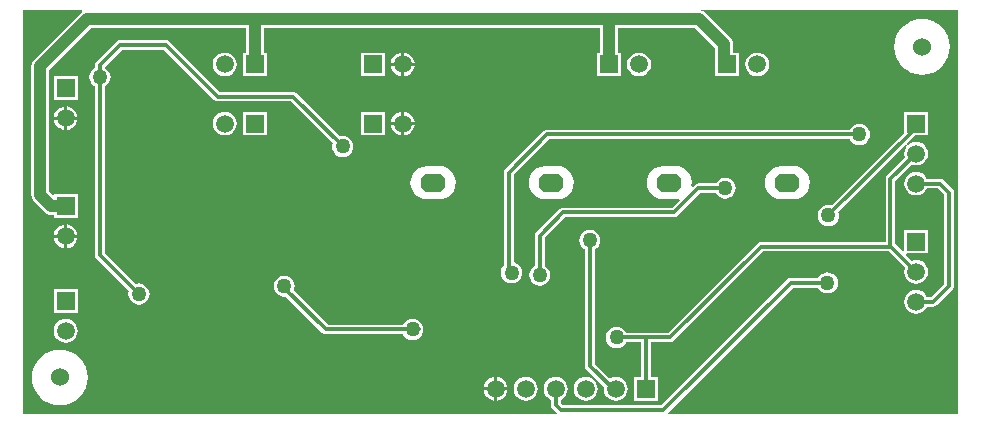
<source format=gbl>
%FSLAX25Y25*%
%MOIN*%
G70*
G01*
G75*
G04 Layer_Physical_Order=2*
G04 Layer_Color=16711680*
%ADD10R,0.04921X0.06299*%
%ADD11R,0.05118X0.03937*%
%ADD12R,0.03937X0.05118*%
%ADD13R,0.07284X0.04724*%
%ADD14O,0.02362X0.08661*%
%ADD15R,0.02362X0.08661*%
%ADD16R,0.04724X0.02559*%
%ADD17R,0.02362X0.09449*%
%ADD18O,0.02362X0.09449*%
%ADD19R,0.06299X0.04921*%
G04:AMPARAMS|DCode=20|XSize=157.48mil|YSize=59.06mil|CornerRadius=14.76mil|HoleSize=0mil|Usage=FLASHONLY|Rotation=0.000|XOffset=0mil|YOffset=0mil|HoleType=Round|Shape=RoundedRectangle|*
%AMROUNDEDRECTD20*
21,1,0.15748,0.02953,0,0,0.0*
21,1,0.12795,0.05906,0,0,0.0*
1,1,0.02953,0.06398,-0.01476*
1,1,0.02953,-0.06398,-0.01476*
1,1,0.02953,-0.06398,0.01476*
1,1,0.02953,0.06398,0.01476*
%
%ADD20ROUNDEDRECTD20*%
G04:AMPARAMS|DCode=21|XSize=157.48mil|YSize=59.06mil|CornerRadius=14.76mil|HoleSize=0mil|Usage=FLASHONLY|Rotation=90.000|XOffset=0mil|YOffset=0mil|HoleType=Round|Shape=RoundedRectangle|*
%AMROUNDEDRECTD21*
21,1,0.15748,0.02953,0,0,90.0*
21,1,0.12795,0.05906,0,0,90.0*
1,1,0.02953,0.01476,0.06398*
1,1,0.02953,0.01476,-0.06398*
1,1,0.02953,-0.01476,-0.06398*
1,1,0.02953,-0.01476,0.06398*
%
%ADD21ROUNDEDRECTD21*%
%ADD22C,0.01000*%
%ADD23C,0.01200*%
%ADD24C,0.02000*%
%ADD25C,0.03937*%
%ADD26C,0.00394*%
G04:AMPARAMS|DCode=27|XSize=78.74mil|YSize=60mil|CornerRadius=0mil|HoleSize=0mil|Usage=FLASHONLY|Rotation=0.000|XOffset=0mil|YOffset=0mil|HoleType=Round|Shape=Octagon|*
%AMOCTAGOND27*
4,1,8,0.03937,-0.01500,0.03937,0.01500,0.02437,0.03000,-0.02437,0.03000,-0.03937,0.01500,-0.03937,-0.01500,-0.02437,-0.03000,0.02437,-0.03000,0.03937,-0.01500,0.0*
%
%ADD27OCTAGOND27*%

%ADD28R,0.05906X0.05906*%
%ADD29C,0.05906*%
%ADD30R,0.05906X0.05906*%
%ADD31C,0.06000*%
%ADD32C,0.05000*%
G36*
X-1631Y176131D02*
X-98308D01*
X-98500Y176593D01*
X-56924Y218169D01*
X-48413D01*
X-48357Y218035D01*
X-47796Y217304D01*
X-47065Y216743D01*
X-46214Y216390D01*
X-45300Y216270D01*
X-44386Y216390D01*
X-43535Y216743D01*
X-42804Y217304D01*
X-42243Y218035D01*
X-41890Y218886D01*
X-41770Y219800D01*
X-41890Y220714D01*
X-42243Y221565D01*
X-42804Y222296D01*
X-43535Y222857D01*
X-44386Y223210D01*
X-45300Y223330D01*
X-46214Y223210D01*
X-47065Y222857D01*
X-47796Y222296D01*
X-48357Y221565D01*
X-48413Y221431D01*
X-57600D01*
X-57600Y221431D01*
X-58224Y221307D01*
X-58754Y220953D01*
X-100676Y179031D01*
X-133424D01*
X-134269Y179876D01*
Y180897D01*
X-133907Y181047D01*
X-133081Y181681D01*
X-132447Y182507D01*
X-132049Y183468D01*
X-131913Y184500D01*
X-132049Y185532D01*
X-132447Y186493D01*
X-133081Y187319D01*
X-133907Y187953D01*
X-134868Y188351D01*
X-135900Y188487D01*
X-136932Y188351D01*
X-137893Y187953D01*
X-138719Y187319D01*
X-139353Y186493D01*
X-139751Y185532D01*
X-139887Y184500D01*
X-139751Y183468D01*
X-139353Y182507D01*
X-138719Y181681D01*
X-137893Y181047D01*
X-137531Y180897D01*
Y179200D01*
X-137407Y178576D01*
X-137054Y178047D01*
X-135600Y176593D01*
X-135792Y176131D01*
X-313329D01*
Y310664D01*
X-293891D01*
X-293731Y310191D01*
X-294217Y309817D01*
X-309783Y294251D01*
X-310259Y293631D01*
X-310471Y293120D01*
X-310558Y292909D01*
X-310660Y292134D01*
Y249066D01*
X-310558Y248291D01*
X-310471Y248080D01*
X-310259Y247569D01*
X-309783Y246949D01*
X-306083Y243249D01*
X-305463Y242773D01*
X-305164Y242649D01*
X-304741Y242474D01*
X-303966Y242372D01*
X-303165D01*
Y241413D01*
X-295260D01*
Y249319D01*
X-303165D01*
X-303165Y249319D01*
Y249319D01*
X-303533Y249167D01*
X-304672Y250306D01*
Y290894D01*
X-290860Y304706D01*
X-239215D01*
Y296563D01*
X-240173D01*
Y288657D01*
X-232268D01*
Y296563D01*
X-233226D01*
Y304706D01*
X-121104D01*
Y296563D01*
X-122063D01*
Y288657D01*
X-114157D01*
Y296563D01*
X-115116D01*
Y304706D01*
X-89340D01*
X-82694Y298060D01*
Y293570D01*
X-82693Y293561D01*
Y288657D01*
X-74787D01*
Y296563D01*
X-76706D01*
Y299300D01*
X-76808Y300075D01*
X-76957Y300436D01*
X-77107Y300797D01*
X-77583Y301417D01*
X-85983Y309817D01*
X-86603Y310293D01*
X-87114Y310505D01*
X-87263Y310566D01*
Y310566D01*
X-87263Y310566D01*
X-87325Y310592D01*
Y310592D01*
X-87320Y310664D01*
X-1631D01*
Y176131D01*
D02*
G37*
%LPC*%
G36*
X-299713Y239287D02*
X-300244Y239217D01*
X-301206Y238819D01*
X-302032Y238185D01*
X-302665Y237360D01*
X-303064Y236398D01*
X-303134Y235866D01*
X-299713D01*
Y239287D01*
D02*
G37*
G36*
X-298713D02*
Y235866D01*
X-295292D01*
X-295362Y236398D01*
X-295760Y237360D01*
X-296393Y238185D01*
X-297219Y238819D01*
X-298181Y239217D01*
X-298713Y239287D01*
D02*
G37*
G36*
X-295292Y234866D02*
X-298713D01*
Y231445D01*
X-298181Y231515D01*
X-297219Y231913D01*
X-296393Y232547D01*
X-295760Y233373D01*
X-295362Y234334D01*
X-295292Y234866D01*
D02*
G37*
G36*
X-15748Y256912D02*
X-16780Y256776D01*
X-17741Y256378D01*
X-18567Y255744D01*
X-19201Y254919D01*
X-19599Y253957D01*
X-19735Y252925D01*
X-19599Y251893D01*
X-19201Y250932D01*
X-18567Y250106D01*
X-17741Y249472D01*
X-16780Y249074D01*
X-15748Y248938D01*
X-14716Y249074D01*
X-13755Y249472D01*
X-12929Y250106D01*
X-12295Y250932D01*
X-12145Y251294D01*
X-8401D01*
X-6331Y249224D01*
Y219576D01*
X-10721Y215187D01*
X-12145D01*
X-12295Y215548D01*
X-12929Y216374D01*
X-13755Y217008D01*
X-14716Y217406D01*
X-15748Y217542D01*
X-16780Y217406D01*
X-17741Y217008D01*
X-18567Y216374D01*
X-19201Y215548D01*
X-19599Y214587D01*
X-19735Y213555D01*
X-19599Y212523D01*
X-19201Y211562D01*
X-18567Y210736D01*
X-17741Y210102D01*
X-16780Y209704D01*
X-15748Y209568D01*
X-14716Y209704D01*
X-13755Y210102D01*
X-12929Y210736D01*
X-12295Y211562D01*
X-12145Y211924D01*
X-10045D01*
X-9421Y212048D01*
X-8891Y212402D01*
X-3546Y217746D01*
X-3193Y218276D01*
X-3069Y218900D01*
X-3069Y218900D01*
X-3069Y218900D01*
Y218900D01*
Y249900D01*
X-3193Y250524D01*
X-3546Y251054D01*
X-6572Y254079D01*
X-7101Y254432D01*
X-7725Y254557D01*
X-12145D01*
X-12295Y254919D01*
X-12929Y255744D01*
X-13755Y256378D01*
X-14716Y256776D01*
X-15748Y256912D01*
D02*
G37*
G36*
X-299713Y234866D02*
X-303134D01*
X-303064Y234334D01*
X-302665Y233373D01*
X-302032Y232547D01*
X-301206Y231913D01*
X-300244Y231515D01*
X-299713Y231445D01*
Y234866D01*
D02*
G37*
G36*
X-174871Y258839D02*
X-178808Y258791D01*
X-180249Y258583D01*
X-181586Y258010D01*
X-182730Y257110D01*
X-183602Y255944D01*
X-184142Y254593D01*
X-184315Y253148D01*
X-184107Y251708D01*
X-183534Y250370D01*
X-182634Y249226D01*
X-181468Y248354D01*
X-180117Y247814D01*
X-178672Y247641D01*
X-174735Y247689D01*
X-173295Y247897D01*
X-171957Y248470D01*
X-170813Y249370D01*
X-169941Y250536D01*
X-169401Y251887D01*
X-169228Y253332D01*
X-169436Y254773D01*
X-170009Y256111D01*
X-170909Y257254D01*
X-172075Y258126D01*
X-173426Y258667D01*
X-174871Y258839D01*
D02*
G37*
G36*
X-96131D02*
X-100068Y258791D01*
X-101508Y258583D01*
X-102846Y258010D01*
X-103990Y257110D01*
X-104862Y255944D01*
X-105402Y254593D01*
X-105575Y253148D01*
X-105367Y251708D01*
X-104794Y250370D01*
X-103894Y249226D01*
X-102728Y248354D01*
X-101377Y247814D01*
X-99932Y247641D01*
X-95995Y247689D01*
X-94821Y247859D01*
X-94597Y247411D01*
X-97077Y244931D01*
X-133400D01*
X-134024Y244807D01*
X-134554Y244454D01*
X-142353Y236653D01*
X-142707Y236124D01*
X-142831Y235500D01*
Y225513D01*
X-142965Y225457D01*
X-143696Y224896D01*
X-144257Y224165D01*
X-144610Y223314D01*
X-144730Y222400D01*
X-144610Y221486D01*
X-144257Y220635D01*
X-143696Y219904D01*
X-142965Y219343D01*
X-142114Y218990D01*
X-141200Y218870D01*
X-140286Y218990D01*
X-139435Y219343D01*
X-138704Y219904D01*
X-138143Y220635D01*
X-137790Y221486D01*
X-137670Y222400D01*
X-137790Y223314D01*
X-138143Y224165D01*
X-138704Y224896D01*
X-139435Y225457D01*
X-139569Y225513D01*
Y234824D01*
X-132724Y241669D01*
X-96402D01*
X-95777Y241793D01*
X-95248Y242146D01*
X-95248Y242146D01*
X-95248Y242146D01*
X-87626Y249769D01*
X-82513D01*
X-82457Y249635D01*
X-81896Y248904D01*
X-81165Y248343D01*
X-80314Y247990D01*
X-79400Y247870D01*
X-78486Y247990D01*
X-77635Y248343D01*
X-76904Y248904D01*
X-76343Y249635D01*
X-75990Y250486D01*
X-75870Y251400D01*
X-75990Y252314D01*
X-76343Y253165D01*
X-76904Y253896D01*
X-77635Y254457D01*
X-78486Y254810D01*
X-79400Y254930D01*
X-80314Y254810D01*
X-81165Y254457D01*
X-81896Y253896D01*
X-82457Y253165D01*
X-82513Y253031D01*
X-88301D01*
X-88926Y252907D01*
X-89455Y252554D01*
X-90193Y251815D01*
X-90643Y252034D01*
X-90488Y253332D01*
X-90696Y254773D01*
X-91269Y256111D01*
X-92169Y257254D01*
X-93335Y258126D01*
X-94686Y258667D01*
X-96131Y258839D01*
D02*
G37*
G36*
X-11795Y276878D02*
X-19701D01*
Y269906D01*
X-43953Y245655D01*
X-44086Y245710D01*
X-45000Y245830D01*
X-45914Y245710D01*
X-46765Y245357D01*
X-47496Y244796D01*
X-48057Y244065D01*
X-48410Y243214D01*
X-48530Y242300D01*
X-48410Y241386D01*
X-48057Y240535D01*
X-47496Y239804D01*
X-46765Y239243D01*
X-45914Y238890D01*
X-45000Y238770D01*
X-44086Y238890D01*
X-43235Y239243D01*
X-42504Y239804D01*
X-41943Y240535D01*
X-41590Y241386D01*
X-41470Y242300D01*
X-41590Y243214D01*
X-41646Y243347D01*
X-19023Y265970D01*
X-18647Y265640D01*
Y265640D01*
X-18647D01*
X-19201Y264919D01*
X-19599Y263957D01*
X-19735Y262925D01*
X-19599Y261893D01*
X-19486Y261621D01*
X-25453Y255654D01*
X-25807Y255124D01*
X-25931Y254500D01*
Y233531D01*
X-67400D01*
X-68024Y233407D01*
X-68554Y233053D01*
X-98376Y203231D01*
X-112487D01*
X-112543Y203365D01*
X-113104Y204096D01*
X-113835Y204657D01*
X-114686Y205010D01*
X-115600Y205130D01*
X-116514Y205010D01*
X-117365Y204657D01*
X-118096Y204096D01*
X-118657Y203365D01*
X-119010Y202514D01*
X-119130Y201600D01*
X-119010Y200686D01*
X-118657Y199835D01*
X-118096Y199104D01*
X-117365Y198543D01*
X-116514Y198190D01*
X-115600Y198070D01*
X-114686Y198190D01*
X-113835Y198543D01*
X-113104Y199104D01*
X-112543Y199835D01*
X-112487Y199969D01*
X-107531D01*
Y188453D01*
X-109853D01*
Y180547D01*
X-101947D01*
Y188453D01*
X-104269D01*
Y199969D01*
X-97700D01*
X-97076Y200093D01*
X-96547Y200447D01*
X-96547Y200447D01*
X-96547Y200447D01*
X-66724Y230269D01*
X-24769D01*
X-19449Y224949D01*
X-19599Y224587D01*
X-19735Y223555D01*
X-19599Y222523D01*
X-19201Y221562D01*
X-18567Y220736D01*
X-17741Y220102D01*
X-16780Y219704D01*
X-15748Y219568D01*
X-14716Y219704D01*
X-13755Y220102D01*
X-12929Y220736D01*
X-12295Y221562D01*
X-11897Y222523D01*
X-11761Y223555D01*
X-11897Y224587D01*
X-12295Y225549D01*
X-12929Y226374D01*
X-13755Y227008D01*
X-14716Y227406D01*
X-15748Y227542D01*
X-16780Y227406D01*
X-17142Y227256D01*
X-19026Y229140D01*
X-18835Y229602D01*
X-11795D01*
Y237508D01*
X-19701D01*
Y230468D01*
X-20163Y230277D01*
X-22669Y232783D01*
Y253824D01*
X-17232Y259261D01*
X-16780Y259074D01*
X-15748Y258938D01*
X-14716Y259074D01*
X-13755Y259472D01*
X-12929Y260106D01*
X-12295Y260932D01*
X-11897Y261893D01*
X-11761Y262925D01*
X-11897Y263957D01*
X-12295Y264919D01*
X-12929Y265744D01*
X-13755Y266378D01*
X-14716Y266776D01*
X-15748Y266912D01*
X-16780Y266776D01*
X-17741Y266378D01*
X-18463Y265824D01*
X-18740Y266139D01*
X-18793Y266200D01*
X-16021Y268972D01*
X-11795D01*
Y276878D01*
D02*
G37*
G36*
X-56761Y258839D02*
X-60698Y258791D01*
X-62138Y258583D01*
X-63476Y258010D01*
X-64620Y257110D01*
X-65492Y255944D01*
X-66032Y254593D01*
X-66205Y253148D01*
X-65997Y251708D01*
X-65424Y250370D01*
X-64524Y249226D01*
X-63358Y248354D01*
X-62007Y247814D01*
X-60562Y247641D01*
X-56625Y247689D01*
X-55184Y247897D01*
X-53847Y248470D01*
X-52703Y249370D01*
X-51831Y250536D01*
X-51291Y251887D01*
X-51118Y253332D01*
X-51326Y254773D01*
X-51899Y256111D01*
X-52799Y257254D01*
X-53965Y258126D01*
X-55316Y258667D01*
X-56761Y258839D01*
D02*
G37*
G36*
X-265900Y300831D02*
X-281000D01*
X-281624Y300707D01*
X-282154Y300354D01*
X-288953Y293553D01*
X-289307Y293024D01*
X-289431Y292400D01*
Y291513D01*
X-289565Y291457D01*
X-290296Y290896D01*
X-290857Y290165D01*
X-291210Y289314D01*
X-291330Y288400D01*
X-291210Y287486D01*
X-290857Y286635D01*
X-290296Y285904D01*
X-289565Y285343D01*
X-289431Y285287D01*
Y229000D01*
X-289431Y229000D01*
X-289431D01*
X-289307Y228376D01*
X-288953Y227847D01*
X-278184Y217077D01*
X-278210Y217014D01*
X-278330Y216100D01*
X-278210Y215186D01*
X-277857Y214335D01*
X-277296Y213604D01*
X-276565Y213043D01*
X-275714Y212690D01*
X-274800Y212570D01*
X-273886Y212690D01*
X-273035Y213043D01*
X-272304Y213604D01*
X-271743Y214335D01*
X-271390Y215186D01*
X-271270Y216100D01*
X-271390Y217014D01*
X-271743Y217865D01*
X-272304Y218596D01*
X-273035Y219157D01*
X-273886Y219510D01*
X-274800Y219630D01*
X-275714Y219510D01*
X-275918Y219425D01*
X-286169Y229676D01*
Y285287D01*
X-286035Y285343D01*
X-285304Y285904D01*
X-284743Y286635D01*
X-284390Y287486D01*
X-284270Y288400D01*
X-284390Y289314D01*
X-284743Y290165D01*
X-285304Y290896D01*
X-286035Y291457D01*
X-286169Y291513D01*
Y291724D01*
X-280324Y297569D01*
X-266576D01*
X-249753Y280747D01*
X-249753D01*
X-249753Y280747D01*
X-249753Y280746D01*
Y280747D01*
X-249224Y280393D01*
X-248600Y280269D01*
X-224176D01*
X-210255Y266347D01*
X-210310Y266214D01*
X-210430Y265300D01*
X-210310Y264386D01*
X-209957Y263535D01*
X-209396Y262804D01*
X-208665Y262243D01*
X-207814Y261890D01*
X-206900Y261770D01*
X-205986Y261890D01*
X-205135Y262243D01*
X-204404Y262804D01*
X-203843Y263535D01*
X-203490Y264386D01*
X-203370Y265300D01*
X-203490Y266214D01*
X-203843Y267065D01*
X-204404Y267796D01*
X-205135Y268357D01*
X-205986Y268710D01*
X-206900Y268830D01*
X-207814Y268710D01*
X-207947Y268654D01*
X-222346Y283053D01*
X-222876Y283407D01*
X-223500Y283531D01*
X-247924D01*
X-264746Y300354D01*
X-265276Y300707D01*
X-265900Y300831D01*
D02*
G37*
G36*
X-135501Y258839D02*
X-139438Y258791D01*
X-140879Y258583D01*
X-142216Y258010D01*
X-143360Y257110D01*
X-144232Y255944D01*
X-144772Y254593D01*
X-144945Y253148D01*
X-144737Y251708D01*
X-144164Y250370D01*
X-143264Y249226D01*
X-142098Y248354D01*
X-140747Y247814D01*
X-139302Y247641D01*
X-135365Y247689D01*
X-133924Y247897D01*
X-132587Y248470D01*
X-131443Y249370D01*
X-130571Y250536D01*
X-130031Y251887D01*
X-129858Y253332D01*
X-130066Y254773D01*
X-130639Y256111D01*
X-131539Y257254D01*
X-132705Y258126D01*
X-134056Y258667D01*
X-135501Y258839D01*
D02*
G37*
G36*
X-124500Y237530D02*
X-125414Y237410D01*
X-126265Y237057D01*
X-126996Y236496D01*
X-127557Y235765D01*
X-127910Y234914D01*
X-128030Y234000D01*
X-127910Y233086D01*
X-127557Y232235D01*
X-126996Y231504D01*
X-126265Y230943D01*
X-126131Y230887D01*
Y192200D01*
X-126131Y192200D01*
X-126131D01*
X-126007Y191576D01*
X-125654Y191047D01*
X-119796Y185189D01*
X-119887Y184500D01*
X-119751Y183468D01*
X-119353Y182507D01*
X-118719Y181681D01*
X-117893Y181047D01*
X-116932Y180649D01*
X-115900Y180513D01*
X-114868Y180649D01*
X-113907Y181047D01*
X-113081Y181681D01*
X-112447Y182507D01*
X-112049Y183468D01*
X-111913Y184500D01*
X-112049Y185532D01*
X-112447Y186493D01*
X-113081Y187319D01*
X-113907Y187953D01*
X-114868Y188351D01*
X-115900Y188487D01*
X-116932Y188351D01*
X-117893Y187953D01*
X-117923Y187930D01*
X-122869Y192876D01*
Y230887D01*
X-122735Y230943D01*
X-122004Y231504D01*
X-121443Y232235D01*
X-121090Y233086D01*
X-120970Y234000D01*
X-121090Y234914D01*
X-121443Y235765D01*
X-122004Y236496D01*
X-122735Y237057D01*
X-123586Y237410D01*
X-124500Y237530D01*
D02*
G37*
G36*
X-156400Y184000D02*
X-159821D01*
X-159751Y183468D01*
X-159353Y182507D01*
X-158719Y181681D01*
X-157893Y181047D01*
X-156932Y180649D01*
X-156400Y180579D01*
Y184000D01*
D02*
G37*
G36*
X-125900Y188487D02*
X-126932Y188351D01*
X-127893Y187953D01*
X-128719Y187319D01*
X-129353Y186493D01*
X-129751Y185532D01*
X-129887Y184500D01*
X-129751Y183468D01*
X-129353Y182507D01*
X-128719Y181681D01*
X-127893Y181047D01*
X-126932Y180649D01*
X-125900Y180513D01*
X-124868Y180649D01*
X-123907Y181047D01*
X-123081Y181681D01*
X-122447Y182507D01*
X-122049Y183468D01*
X-121913Y184500D01*
X-122049Y185532D01*
X-122447Y186493D01*
X-123081Y187319D01*
X-123907Y187953D01*
X-124868Y188351D01*
X-125900Y188487D01*
D02*
G37*
G36*
X-301181Y197592D02*
X-302998Y197413D01*
X-304745Y196883D01*
X-306355Y196023D01*
X-307766Y194864D01*
X-308924Y193453D01*
X-309785Y191843D01*
X-310315Y190096D01*
X-310494Y188279D01*
X-310315Y186463D01*
X-309785Y184716D01*
X-308924Y183106D01*
X-307766Y181695D01*
X-306355Y180536D01*
X-304745Y179676D01*
X-302998Y179146D01*
X-301181Y178967D01*
X-299364Y179146D01*
X-297617Y179676D01*
X-296007Y180536D01*
X-294596Y181695D01*
X-293438Y183106D01*
X-292577Y184716D01*
X-292048Y186463D01*
X-291869Y188279D01*
X-292048Y190096D01*
X-292577Y191843D01*
X-293438Y193453D01*
X-294596Y194864D01*
X-296007Y196023D01*
X-297617Y196883D01*
X-299364Y197413D01*
X-301181Y197592D01*
D02*
G37*
G36*
X-145900Y188487D02*
X-146932Y188351D01*
X-147893Y187953D01*
X-148719Y187319D01*
X-149353Y186493D01*
X-149751Y185532D01*
X-149887Y184500D01*
X-149751Y183468D01*
X-149353Y182507D01*
X-148719Y181681D01*
X-147893Y181047D01*
X-146932Y180649D01*
X-145900Y180513D01*
X-144868Y180649D01*
X-143907Y181047D01*
X-143081Y181681D01*
X-142447Y182507D01*
X-142049Y183468D01*
X-141913Y184500D01*
X-142049Y185532D01*
X-142447Y186493D01*
X-143081Y187319D01*
X-143907Y187953D01*
X-144868Y188351D01*
X-145900Y188487D01*
D02*
G37*
G36*
X-151979Y184000D02*
X-155400D01*
Y180579D01*
X-154868Y180649D01*
X-153907Y181047D01*
X-153081Y181681D01*
X-152447Y182507D01*
X-152049Y183468D01*
X-151979Y184000D01*
D02*
G37*
G36*
X-226400Y222230D02*
X-227314Y222110D01*
X-228165Y221757D01*
X-228896Y221196D01*
X-229457Y220465D01*
X-229810Y219614D01*
X-229930Y218700D01*
X-229810Y217786D01*
X-229457Y216935D01*
X-228896Y216204D01*
X-228165Y215643D01*
X-227314Y215290D01*
X-226400Y215170D01*
X-225761Y215254D01*
X-213653Y203147D01*
X-213124Y202793D01*
X-212500Y202669D01*
X-186713D01*
X-186657Y202535D01*
X-186096Y201804D01*
X-185365Y201243D01*
X-184514Y200890D01*
X-183600Y200770D01*
X-182686Y200890D01*
X-181835Y201243D01*
X-181104Y201804D01*
X-180543Y202535D01*
X-180190Y203386D01*
X-180166Y203565D01*
X-180093Y203676D01*
X-179969Y204300D01*
X-180093Y204924D01*
X-180166Y205035D01*
X-180190Y205214D01*
X-180543Y206065D01*
X-181104Y206796D01*
X-181835Y207357D01*
X-182686Y207710D01*
X-183600Y207830D01*
X-184514Y207710D01*
X-185365Y207357D01*
X-186096Y206796D01*
X-186657Y206065D01*
X-186713Y205931D01*
X-211824D01*
X-223192Y217299D01*
X-222990Y217786D01*
X-222870Y218700D01*
X-222990Y219614D01*
X-223343Y220465D01*
X-223904Y221196D01*
X-224635Y221757D01*
X-225486Y222110D01*
X-226400Y222230D01*
D02*
G37*
G36*
X-295260Y217823D02*
X-303165D01*
Y209917D01*
X-295260D01*
Y217823D01*
D02*
G37*
G36*
X-299213Y207857D02*
X-300244Y207721D01*
X-301206Y207323D01*
X-302032Y206689D01*
X-302665Y205863D01*
X-303064Y204902D01*
X-303200Y203870D01*
X-303064Y202838D01*
X-302665Y201877D01*
X-302032Y201051D01*
X-301206Y200417D01*
X-300244Y200019D01*
X-299213Y199883D01*
X-298181Y200019D01*
X-297219Y200417D01*
X-296393Y201051D01*
X-295760Y201877D01*
X-295362Y202838D01*
X-295226Y203870D01*
X-295362Y204902D01*
X-295760Y205863D01*
X-296393Y206689D01*
X-297219Y207323D01*
X-298181Y207721D01*
X-299213Y207857D01*
D02*
G37*
G36*
X-156400Y188421D02*
X-156932Y188351D01*
X-157893Y187953D01*
X-158719Y187319D01*
X-159353Y186493D01*
X-159751Y185532D01*
X-159821Y185000D01*
X-156400D01*
Y188421D01*
D02*
G37*
G36*
X-155400D02*
Y185000D01*
X-151979D01*
X-152049Y185532D01*
X-152447Y186493D01*
X-153081Y187319D01*
X-153907Y187953D01*
X-154868Y188351D01*
X-155400Y188421D01*
D02*
G37*
G36*
X-108110Y296597D02*
X-109142Y296461D01*
X-110104Y296063D01*
X-110929Y295429D01*
X-111563Y294604D01*
X-111961Y293642D01*
X-112097Y292610D01*
X-111961Y291578D01*
X-111563Y290617D01*
X-110929Y289791D01*
X-110104Y289158D01*
X-109142Y288759D01*
X-108110Y288623D01*
X-107078Y288759D01*
X-106117Y289158D01*
X-105291Y289791D01*
X-104657Y290617D01*
X-104259Y291578D01*
X-104123Y292610D01*
X-104259Y293642D01*
X-104657Y294604D01*
X-105291Y295429D01*
X-106117Y296063D01*
X-107078Y296461D01*
X-108110Y296597D01*
D02*
G37*
G36*
X-68740D02*
X-69772Y296461D01*
X-70734Y296063D01*
X-71559Y295429D01*
X-72193Y294604D01*
X-72591Y293642D01*
X-72727Y292610D01*
X-72591Y291578D01*
X-72193Y290617D01*
X-71559Y289791D01*
X-70734Y289158D01*
X-69772Y288759D01*
X-68740Y288623D01*
X-67708Y288759D01*
X-66747Y289158D01*
X-65921Y289791D01*
X-65287Y290617D01*
X-64889Y291578D01*
X-64753Y292610D01*
X-64889Y293642D01*
X-65287Y294604D01*
X-65921Y295429D01*
X-66747Y296063D01*
X-67708Y296461D01*
X-68740Y296597D01*
D02*
G37*
G36*
X-246220D02*
X-247252Y296461D01*
X-248214Y296063D01*
X-249040Y295429D01*
X-249673Y294604D01*
X-250072Y293642D01*
X-250207Y292610D01*
X-250072Y291578D01*
X-249673Y290617D01*
X-249040Y289791D01*
X-248214Y289158D01*
X-247252Y288759D01*
X-246220Y288623D01*
X-245189Y288759D01*
X-244227Y289158D01*
X-243401Y289791D01*
X-242768Y290617D01*
X-242370Y291578D01*
X-242234Y292610D01*
X-242370Y293642D01*
X-242768Y294604D01*
X-243401Y295429D01*
X-244227Y296063D01*
X-245189Y296461D01*
X-246220Y296597D01*
D02*
G37*
G36*
X-298713Y278657D02*
Y275236D01*
X-295292D01*
X-295362Y275768D01*
X-295760Y276730D01*
X-296393Y277555D01*
X-297219Y278189D01*
X-298181Y278587D01*
X-298713Y278657D01*
D02*
G37*
G36*
X-295260Y288689D02*
X-303165D01*
Y280784D01*
X-295260D01*
Y288689D01*
D02*
G37*
G36*
X-192898Y296563D02*
X-200803D01*
Y288657D01*
X-192898D01*
Y296563D01*
D02*
G37*
G36*
X-187350Y296531D02*
X-187882Y296461D01*
X-188844Y296063D01*
X-189670Y295429D01*
X-190303Y294604D01*
X-190701Y293642D01*
X-190771Y293110D01*
X-187350D01*
Y296531D01*
D02*
G37*
G36*
X-186350D02*
Y293110D01*
X-182929D01*
X-182999Y293642D01*
X-183398Y294604D01*
X-184031Y295429D01*
X-184857Y296063D01*
X-185819Y296461D01*
X-186350Y296531D01*
D02*
G37*
G36*
X-13780Y307828D02*
X-15596Y307649D01*
X-17343Y307119D01*
X-18953Y306259D01*
X-20365Y305101D01*
X-21523Y303690D01*
X-22383Y302080D01*
X-22913Y300332D01*
X-23092Y298516D01*
X-22913Y296699D01*
X-22383Y294952D01*
X-21523Y293342D01*
X-20365Y291931D01*
X-18953Y290773D01*
X-17343Y289912D01*
X-15596Y289382D01*
X-13780Y289203D01*
X-11963Y289382D01*
X-10216Y289912D01*
X-8606Y290773D01*
X-7195Y291931D01*
X-6036Y293342D01*
X-5176Y294952D01*
X-4646Y296699D01*
X-4467Y298516D01*
X-4646Y300332D01*
X-5176Y302080D01*
X-6036Y303690D01*
X-7195Y305101D01*
X-8606Y306259D01*
X-10216Y307119D01*
X-11963Y307649D01*
X-13780Y307828D01*
D02*
G37*
G36*
X-187350Y292110D02*
X-190771D01*
X-190701Y291578D01*
X-190303Y290617D01*
X-189670Y289791D01*
X-188844Y289158D01*
X-187882Y288759D01*
X-187350Y288689D01*
Y292110D01*
D02*
G37*
G36*
X-182929D02*
X-186350D01*
Y288689D01*
X-185819Y288759D01*
X-184857Y289158D01*
X-184031Y289791D01*
X-183398Y290617D01*
X-182999Y291578D01*
X-182929Y292110D01*
D02*
G37*
G36*
X-192898Y276878D02*
X-200803D01*
Y268972D01*
X-192898D01*
Y276878D01*
D02*
G37*
G36*
X-187350Y272425D02*
X-190771D01*
X-190701Y271893D01*
X-190303Y270932D01*
X-189670Y270106D01*
X-188844Y269473D01*
X-187882Y269074D01*
X-187350Y269004D01*
Y272425D01*
D02*
G37*
G36*
X-232268Y276878D02*
X-240173D01*
Y268972D01*
X-232268D01*
Y276878D01*
D02*
G37*
G36*
X-34700Y272830D02*
X-35614Y272710D01*
X-36465Y272357D01*
X-37196Y271796D01*
X-37757Y271065D01*
X-37813Y270931D01*
X-138700D01*
X-139324Y270807D01*
X-139854Y270454D01*
X-152654Y257653D01*
X-153007Y257124D01*
X-153131Y256500D01*
Y225651D01*
X-153657Y224965D01*
X-154010Y224114D01*
X-154130Y223200D01*
X-154010Y222286D01*
X-153657Y221435D01*
X-153096Y220704D01*
X-152365Y220143D01*
X-151514Y219790D01*
X-150600Y219670D01*
X-149686Y219790D01*
X-148835Y220143D01*
X-148104Y220704D01*
X-147543Y221435D01*
X-147190Y222286D01*
X-147070Y223200D01*
X-147190Y224114D01*
X-147543Y224965D01*
X-148104Y225696D01*
X-148835Y226257D01*
X-149686Y226610D01*
X-149869Y226634D01*
Y255824D01*
X-138024Y267669D01*
X-37813D01*
X-37757Y267535D01*
X-37196Y266804D01*
X-36465Y266243D01*
X-35614Y265890D01*
X-34700Y265770D01*
X-33786Y265890D01*
X-32935Y266243D01*
X-32204Y266804D01*
X-31643Y267535D01*
X-31290Y268386D01*
X-31170Y269300D01*
X-31290Y270214D01*
X-31643Y271065D01*
X-32204Y271796D01*
X-32935Y272357D01*
X-33786Y272710D01*
X-34700Y272830D01*
D02*
G37*
G36*
X-246220Y276912D02*
X-247252Y276776D01*
X-248214Y276378D01*
X-249040Y275744D01*
X-249673Y274919D01*
X-250072Y273957D01*
X-250207Y272925D01*
X-250072Y271893D01*
X-249673Y270932D01*
X-249040Y270106D01*
X-248214Y269473D01*
X-247252Y269074D01*
X-246220Y268938D01*
X-245189Y269074D01*
X-244227Y269473D01*
X-243401Y270106D01*
X-242768Y270932D01*
X-242370Y271893D01*
X-242234Y272925D01*
X-242370Y273957D01*
X-242768Y274919D01*
X-243401Y275744D01*
X-244227Y276378D01*
X-245189Y276776D01*
X-246220Y276912D01*
D02*
G37*
G36*
X-182929Y272425D02*
X-186350D01*
Y269004D01*
X-185819Y269074D01*
X-184857Y269473D01*
X-184031Y270106D01*
X-183398Y270932D01*
X-182999Y271893D01*
X-182929Y272425D01*
D02*
G37*
G36*
X-186350Y276846D02*
Y273425D01*
X-182929D01*
X-182999Y273957D01*
X-183398Y274919D01*
X-184031Y275744D01*
X-184857Y276378D01*
X-185819Y276776D01*
X-186350Y276846D01*
D02*
G37*
G36*
X-299713Y278657D02*
X-300244Y278587D01*
X-301206Y278189D01*
X-302032Y277555D01*
X-302665Y276730D01*
X-303064Y275768D01*
X-303134Y275236D01*
X-299713D01*
Y278657D01*
D02*
G37*
G36*
X-187350Y276846D02*
X-187882Y276776D01*
X-188844Y276378D01*
X-189670Y275744D01*
X-190303Y274919D01*
X-190701Y273957D01*
X-190771Y273425D01*
X-187350D01*
Y276846D01*
D02*
G37*
G36*
X-299713Y274236D02*
X-303134D01*
X-303064Y273704D01*
X-302665Y272743D01*
X-302032Y271917D01*
X-301206Y271284D01*
X-300244Y270885D01*
X-299713Y270815D01*
Y274236D01*
D02*
G37*
G36*
X-295292D02*
X-298713D01*
Y270815D01*
X-298181Y270885D01*
X-297219Y271284D01*
X-296393Y271917D01*
X-295760Y272743D01*
X-295362Y273704D01*
X-295292Y274236D01*
D02*
G37*
%LPD*%
D23*
X-226650Y218450D02*
X-212500Y204300D01*
X-24300Y232107D02*
X-24093Y231900D01*
X-15748Y223555D01*
X-67400Y231900D02*
X-24093D01*
X-105900Y184500D02*
Y201600D01*
X-97700D01*
X-115600D02*
X-105900D01*
X-15748Y252925D02*
X-7725D01*
X-4700Y249900D01*
Y218900D02*
Y249900D01*
X-10045Y213555D02*
X-4700Y218900D01*
X-15748Y213555D02*
X-10045D01*
X-124500Y192200D02*
Y234000D01*
X-45000Y242300D02*
X-15748Y271552D01*
Y272925D01*
X-135900Y179200D02*
Y184500D01*
X-57600Y219800D02*
X-45300D01*
X-124500Y192200D02*
X-115900Y183600D01*
X-287800Y288400D02*
Y292400D01*
X-183600Y204300D02*
X-181600D01*
X-88301Y251400D02*
X-79400D01*
X-141200Y222300D02*
Y222400D01*
X-15875Y262925D02*
X-15748D01*
X-287800Y229000D02*
Y288400D01*
Y229000D02*
X-274900Y216100D01*
X-135900Y179200D02*
X-134100Y177400D01*
X-100000D01*
X-57600Y219800D01*
X-287800Y292400D02*
X-281000Y299200D01*
X-265900D01*
X-212500Y204300D02*
X-183600D01*
X-223500Y281900D02*
X-206900Y265300D01*
X-265900Y299200D02*
X-248600Y281900D01*
X-223500D01*
X-151500Y222900D02*
Y256500D01*
X-138700Y269300D01*
X-34700D01*
X-141200Y222400D02*
Y235500D01*
X-133400Y243300D01*
X-96402D01*
X-88301Y251400D01*
X-97700Y201600D02*
X-67400Y231900D01*
X-24300Y232107D02*
Y254500D01*
X-15875Y262925D01*
D25*
X-79700Y293570D02*
X-78740Y292610D01*
X-118110D02*
Y307510D01*
X-118300Y307700D02*
X-118110Y307510D01*
X-236221Y292610D02*
Y307279D01*
X-235800Y307700D02*
X-118300D01*
X-236221Y307279D02*
X-235800Y307700D01*
X-303966Y245366D02*
X-299213D01*
X-307666Y249066D02*
X-303966Y245366D01*
X-79700Y293570D02*
Y299300D01*
X-88100Y307700D02*
X-79700Y299300D01*
X-118300Y307700D02*
X-88100D01*
X-307666Y249066D02*
Y292134D01*
X-292100Y307700D01*
X-235800D01*
D27*
X-176772Y253240D02*
D03*
X-137402D02*
D03*
X-98032D02*
D03*
X-58661D02*
D03*
D28*
X-15748Y272925D02*
D03*
X-299213Y213870D02*
D03*
X-15748Y233555D02*
D03*
X-299213Y284736D02*
D03*
Y245366D02*
D03*
D29*
X-15748Y262925D02*
D03*
Y252925D02*
D03*
X-299213Y203870D02*
D03*
X-115900Y184500D02*
D03*
X-125900D02*
D03*
X-135900D02*
D03*
X-145900D02*
D03*
X-155900D02*
D03*
X-186850Y272925D02*
D03*
Y292610D02*
D03*
X-68740D02*
D03*
X-108110D02*
D03*
X-15748Y223555D02*
D03*
Y213555D02*
D03*
X-299213Y274736D02*
D03*
Y235366D02*
D03*
X-246220Y292610D02*
D03*
Y272925D02*
D03*
D30*
X-105900Y184500D02*
D03*
X-196850Y272925D02*
D03*
Y292610D02*
D03*
X-78740D02*
D03*
X-118110D02*
D03*
X-236221D02*
D03*
Y272925D02*
D03*
D31*
X-301181Y188279D02*
D03*
X-13780Y298516D02*
D03*
D32*
X-226400Y218700D02*
D03*
X-287800Y288400D02*
D03*
X-124500Y234000D02*
D03*
X-45000Y242300D02*
D03*
X-45300Y219800D02*
D03*
X-206900Y265300D02*
D03*
X-183600Y204300D02*
D03*
X-79400Y251400D02*
D03*
X-141200Y222400D02*
D03*
X-34700Y269300D02*
D03*
X-150600Y223200D02*
D03*
X-115600Y201600D02*
D03*
X-274800Y216100D02*
D03*
M02*

</source>
